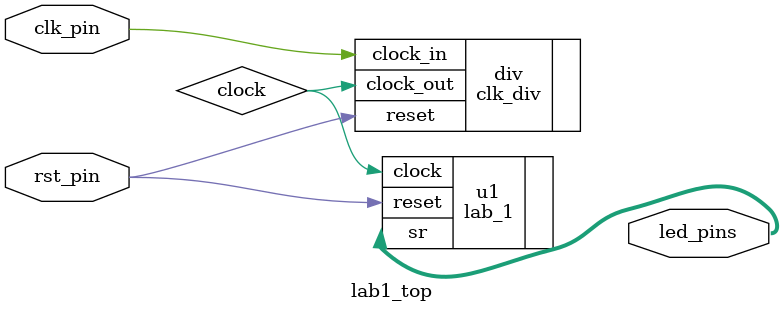
<source format=sv>
module alu (
	output [7:0] alu_out,
	output zero,
	input [7:0] ain, bin,
	input [2:0] opcode);
	// RTL code for the alu module
endmodule
module accum (
	output [7:0] dataout,
	input [7:0] datain,
	input clk, rst_n);
	// RTL code for the accumulator module
endmodule
module xtend (
	output [7:0] dout,
	input din,
	input clk, rst_n);
	// RTL code for the sign-extension module
endmodule

// positional
module alu_accum1 (
	output [15:0] dataout,
	input [7:0] ain, bin,
	input [2:0] opcode,
	input clk, rst_n);

	logic [7:0] alu_out;

	alu u1 (alu_out, , ain, bin, opcode);
	accum u2 (dataout[7:0], alu_out, clk, rst_n);
	xtend u3 (dataout[15:8], alu_out[7], clk, rst_n);
endmodule

// by name
module alu_accum2 (
	output [15:0] dataout,
	input [7:0] ain, bin,
	input [2:0] opcode,
	input clk, rst_n);

	logic [7:0] alu_out;

alu u1 (.alu_out(alu_out), .zero(), .ain(ain), .bin(bin), .opcode(opcode));
accum u2 (.dataout(dataout[7:0]), .datain(alu_out), .clk(clk), .rst_n(rst_n));
xtend u3 (.dout(dataout[15:8]), .din(alu_out[7]), .clk(clk), .rst_n(rst_n));
endmodule

module alu_accum3 (
	output [15:0] dataout,
	input [7:0] ain, bin,
	input [2:0] opcode,
	input clk, rst_n);

	logic [7:0] alu_out;

alu u1 (.alu_out, .zero(), .ain, .bin, .opcode);
accum u2 (.dataout(dataout[7:0]), .datain(alu_out), .clk, .rst_n);
xtend u3 (.dout(dataout[15:8]), .din(alu_out[7]), .clk, .rst_n);

endmodule

module alu_accum4 (
	output [15:0] dataout,
	input [7:0] ain, bin,
	input [2:0] opcode,
	input clk, rst_n);

	logic [7:0] alu_out;

alu u1 (.*, .zero());
accum u3 (.*, .dataout(dataout[7:0]), .datain(alu_out));
xtend u3 (.*, .dout(dataout[15:8]), .din(alu_out[7]));;

endmodule

module lab1_top  (
    input clk_pin, // 100 MHz
    input rst_pin,
    output [15:0] led_pins
);
 
logic clock;
 
lab_1 #(.WIDTH(16)) u1 (
    .clock(clock),
    .reset(rst_pin),
    .sr(led_pins)
);
 
// 100 000 000 / 4 000 000 = 25 Hz
clk_div #(.DIVIDE_BY(4_000_000)) div (
    .clock_in(clk_pin),
    .clock_out(clock),
    .reset(rst_pin)
);
 
endmodule

</source>
